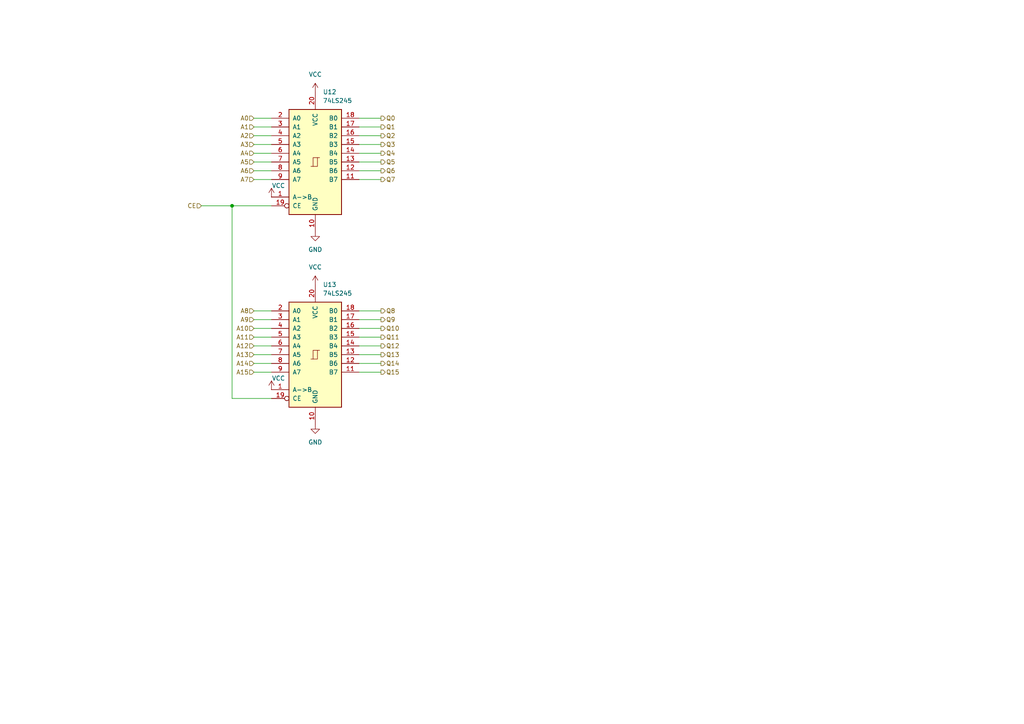
<source format=kicad_sch>
(kicad_sch (version 20231120) (generator "eeschema") (generator_version "8.0")
  (paper "A4")
  (lib_symbols
    (symbol "74xx:74LS245" (pin_names (offset 1.016))
      (property "Reference" "U" (at -7.62 16.51 0))
      (property "Value" "74LS245" (at -7.62 -16.51 0))
      (symbol "74LS245_1_0"
        (polyline (pts (xy -0.635 -1.27) (xy -0.635 1.27) (xy 0.635 1.27)))
        (polyline (pts (xy -1.27 -1.27) (xy 0.635 -1.27) (xy 0.635 1.27) (xy 1.27 1.27)))
        (pin input line (at -12.7 -10.16 0) (length 5.08) (name "A->B") (number "1"))
        (pin power_in line (at 0 -20.32 90) (length 5.08) (name "GND") (number "10"))
        (pin tri_state line (at 12.7 -5.08 180) (length 5.08) (name "B7") (number "11"))
        (pin tri_state line (at 12.7 -2.54 180) (length 5.08) (name "B6") (number "12"))
        (pin tri_state line (at 12.7 0 180) (length 5.08) (name "B5") (number "13"))
        (pin tri_state line (at 12.7 2.54 180) (length 5.08) (name "B4") (number "14"))
        (pin tri_state line (at 12.7 5.08 180) (length 5.08) (name "B3") (number "15"))
        (pin tri_state line (at 12.7 7.62 180) (length 5.08) (name "B2") (number "16"))
        (pin tri_state line (at 12.7 10.16 180) (length 5.08) (name "B1") (number "17"))
        (pin tri_state line (at 12.7 12.7 180) (length 5.08) (name "B0") (number "18"))
        (pin input inverted (at -12.7 -12.7 0) (length 5.08) (name "CE") (number "19"))
        (pin tri_state line (at -12.7 12.7 0) (length 5.08) (name "A0") (number "2"))
        (pin power_in line (at 0 20.32 270) (length 5.08) (name "VCC") (number "20"))
        (pin tri_state line (at -12.7 10.16 0) (length 5.08) (name "A1") (number "3"))
        (pin tri_state line (at -12.7 7.62 0) (length 5.08) (name "A2") (number "4"))
        (pin tri_state line (at -12.7 5.08 0) (length 5.08) (name "A3") (number "5"))
        (pin tri_state line (at -12.7 2.54 0) (length 5.08) (name "A4") (number "6"))
        (pin tri_state line (at -12.7 0 0) (length 5.08) (name "A5") (number "7"))
        (pin tri_state line (at -12.7 -2.54 0) (length 5.08) (name "A6") (number "8"))
        (pin tri_state line (at -12.7 -5.08 0) (length 5.08) (name "A7") (number "9"))
      )
      (symbol "74LS245_1_1"
        (rectangle (start -7.62 15.24) (end 7.62 -15.24) (stroke (width 0.254)) (fill (type background)))
      )
    )
    (symbol "power:GND" (power) (pin_numbers hide) (pin_names (offset 0) hide)
      (property "Value" "GND" (at 0 -3.81 0))
      (symbol "GND_0_1"
        (polyline (pts (xy 0 0) (xy 0 -1.27) (xy 1.27 -1.27) (xy 0 -2.54) (xy -1.27 -1.27) (xy 0 -1.27)))
      )
      (symbol "GND_1_1"
        (pin power_in line (at 0 0 270) (length 0) (name "~") (number "1"))
      )
    )
    (symbol "power:VCC" (power) (pin_numbers hide) (pin_names (offset 0) hide)
      (property "Value" "VCC" (at 0 3.556 0))
      (symbol "VCC_0_1"
        (polyline (pts (xy -0.762 1.27) (xy 0 2.54)))
        (polyline (pts (xy 0 0) (xy 0 2.54)))
        (polyline (pts (xy 0 2.54) (xy 0.762 1.27)))
      )
      (symbol "VCC_1_1"
        (pin power_in line (at 0 0 90) (length 0) (name "~") (number "1"))
      )
    )
  )
  (junction (at 67.31 59.69))
  (wire (pts (xy 58.42 59.69) (xy 67.31 59.69)))
  (wire (pts (xy 104.14 92.71) (xy 110.49 92.71)))
  (wire (pts (xy 73.66 97.79) (xy 78.74 97.79)))
  (wire (pts (xy 73.66 105.41) (xy 78.74 105.41)))
  (wire (pts (xy 67.31 59.69) (xy 78.74 59.69)))
  (wire (pts (xy 73.66 41.91) (xy 78.74 41.91)))
  (wire (pts (xy 104.14 36.83) (xy 110.49 36.83)))
  (wire (pts (xy 104.14 39.37) (xy 110.49 39.37)))
  (wire (pts (xy 104.14 44.45) (xy 110.49 44.45)))
  (wire (pts (xy 73.66 92.71) (xy 78.74 92.71)))
  (wire (pts (xy 104.14 105.41) (xy 110.49 105.41)))
  (wire (pts (xy 104.14 97.79) (xy 110.49 97.79)))
  (wire (pts (xy 73.66 34.29) (xy 78.74 34.29)))
  (wire (pts (xy 104.14 102.87) (xy 110.49 102.87)))
  (wire (pts (xy 73.66 36.83) (xy 78.74 36.83)))
  (wire (pts (xy 73.66 107.95) (xy 78.74 107.95)))
  (wire (pts (xy 73.66 90.17) (xy 78.74 90.17)))
  (wire (pts (xy 104.14 49.53) (xy 110.49 49.53)))
  (wire (pts (xy 67.31 115.57) (xy 67.31 59.69)))
  (wire (pts (xy 104.14 100.33) (xy 110.49 100.33)))
  (wire (pts (xy 73.66 46.99) (xy 78.74 46.99)))
  (wire (pts (xy 73.66 102.87) (xy 78.74 102.87)))
  (wire (pts (xy 104.14 95.25) (xy 110.49 95.25)))
  (wire (pts (xy 104.14 52.07) (xy 110.49 52.07)))
  (wire (pts (xy 104.14 107.95) (xy 110.49 107.95)))
  (wire (pts (xy 73.66 52.07) (xy 78.74 52.07)))
  (wire (pts (xy 73.66 95.25) (xy 78.74 95.25)))
  (wire (pts (xy 73.66 39.37) (xy 78.74 39.37)))
  (wire (pts (xy 73.66 49.53) (xy 78.74 49.53)))
  (wire (pts (xy 78.74 115.57) (xy 67.31 115.57)))
  (wire (pts (xy 104.14 41.91) (xy 110.49 41.91)))
  (wire (pts (xy 73.66 100.33) (xy 78.74 100.33)))
  (wire (pts (xy 104.14 46.99) (xy 110.49 46.99)))
  (wire (pts (xy 73.66 44.45) (xy 78.74 44.45)))
  (wire (pts (xy 104.14 34.29) (xy 110.49 34.29)))
  (wire (pts (xy 104.14 90.17) (xy 110.49 90.17)))
  (hierarchical_label "A1" (shape input) (at 73.66 36.83 180))
  (hierarchical_label "Q5" (shape output) (at 110.49 46.99 0))
  (hierarchical_label "A15" (shape input) (at 73.66 107.95 180))
  (hierarchical_label "A10" (shape input) (at 73.66 95.25 180))
  (hierarchical_label "Q15" (shape output) (at 110.49 107.95 0))
  (hierarchical_label "Q11" (shape output) (at 110.49 97.79 0))
  (hierarchical_label "Q4" (shape output) (at 110.49 44.45 0))
  (hierarchical_label "Q14" (shape output) (at 110.49 105.41 0))
  (hierarchical_label "A0" (shape input) (at 73.66 34.29 180))
  (hierarchical_label "Q1" (shape output) (at 110.49 36.83 0))
  (hierarchical_label "A5" (shape input) (at 73.66 46.99 180))
  (hierarchical_label "A7" (shape input) (at 73.66 52.07 180))
  (hierarchical_label "A8" (shape input) (at 73.66 90.17 180))
  (hierarchical_label "Q10" (shape output) (at 110.49 95.25 0))
  (hierarchical_label "Q2" (shape output) (at 110.49 39.37 0))
  (hierarchical_label "Q12" (shape output) (at 110.49 100.33 0))
  (hierarchical_label "Q9" (shape output) (at 110.49 92.71 0))
  (hierarchical_label "Q6" (shape output) (at 110.49 49.53 0))
  (hierarchical_label "A9" (shape input) (at 73.66 92.71 180))
  (hierarchical_label "Q3" (shape output) (at 110.49 41.91 0))
  (hierarchical_label "A11" (shape input) (at 73.66 97.79 180))
  (hierarchical_label "Q7" (shape output) (at 110.49 52.07 0))
  (hierarchical_label "A3" (shape input) (at 73.66 41.91 180))
  (hierarchical_label "CE" (shape input) (at 58.42 59.69 180))
  (hierarchical_label "A2" (shape input) (at 73.66 39.37 180))
  (hierarchical_label "Q13" (shape output) (at 110.49 102.87 0))
  (hierarchical_label "Q8" (shape output) (at 110.49 90.17 0))
  (hierarchical_label "A4" (shape input) (at 73.66 44.45 180))
  (hierarchical_label "A6" (shape input) (at 73.66 49.53 180))
  (hierarchical_label "Q0" (shape output) (at 110.49 34.29 0))
  (hierarchical_label "A13" (shape input) (at 73.66 102.87 180))
  (hierarchical_label "A12" (shape input) (at 73.66 100.33 180))
  (hierarchical_label "A14" (shape input) (at 73.66 105.41 180))
  (symbol (lib_id "power:GND") (at 91.44 123.19 0) (unit 1)
    (property "Reference" "#PWR034" (effects (hide yes)))
    (property "Value" "GND" (at 91.44 128.27 0))
    (property "Description" "Power symbol creates a global label with name \"GND\" , ground" (effects (hide yes)))
  )
  (symbol (lib_id "power:VCC") (at 78.74 113.03 0) (unit 1)
    (property "Reference" "#PWR033" (effects (hide yes)))
    (property "Value" "VCC" (at 80.772 109.728 0))
    (property "Description" "Power symbol creates a global label with name \"VCC\"" (effects (hide yes)))
  )
  (symbol (lib_id "power:VCC") (at 91.44 26.67 0) (unit 1)
    (property "Reference" "#PWR029" (effects (hide yes)))
    (property "Value" "VCC" (at 91.44 21.59 0))
    (property "Description" "Power symbol creates a global label with name \"VCC\"" (effects (hide yes)))
  )
  (symbol (lib_id "power:VCC") (at 91.44 82.55 0) (unit 1)
    (property "Reference" "#PWR032" (effects (hide yes)))
    (property "Value" "VCC" (at 91.44 77.47 0))
    (property "Description" "Power symbol creates a global label with name \"VCC\"" (effects (hide yes)))
  )
  (symbol (lib_id "74xx:74LS245") (at 91.44 102.87 0) (unit 1)
    (property "Reference" "U13" (at 93.6341 82.55 0) (effects (justify left)))
    (property "Value" "74LS245" (at 93.6341 85.09 0) (effects (justify left)))
    (property "Footprint" "Package_DIP:DIP-20_W7.62mm_LongPads" (effects (hide yes)))
    (property "Datasheet" "http://www.ti.com/lit/gpn/sn74LS245" (effects (hide yes)))
    (property "Description" "Octal BUS Transceivers, 3-State outputs" (effects (hide yes)))
  )
  (symbol (lib_id "74xx:74LS245") (at 91.44 46.99 0) (unit 1)
    (property "Reference" "U12" (at 93.6341 26.67 0) (effects (justify left)))
    (property "Value" "74LS245" (at 93.6341 29.21 0) (effects (justify left)))
    (property "Footprint" "Package_DIP:DIP-20_W7.62mm_LongPads" (effects (hide yes)))
    (property "Datasheet" "http://www.ti.com/lit/gpn/sn74LS245" (effects (hide yes)))
    (property "Description" "Octal BUS Transceivers, 3-State outputs" (effects (hide yes)))
  )
  (symbol (lib_id "power:GND") (at 91.44 67.31 0) (unit 1)
    (property "Reference" "#PWR031" (effects (hide yes)))
    (property "Value" "GND" (at 91.44 72.39 0))
    (property "Description" "Power symbol creates a global label with name \"GND\" , ground" (effects (hide yes)))
  )
  (symbol (lib_id "power:VCC") (at 78.74 57.15 0) (unit 1)
    (property "Reference" "#PWR030" (effects (hide yes)))
    (property "Value" "VCC" (at 80.772 53.848 0))
    (property "Description" "Power symbol creates a global label with name \"VCC\"" (effects (hide yes)))
  )
)
</source>
